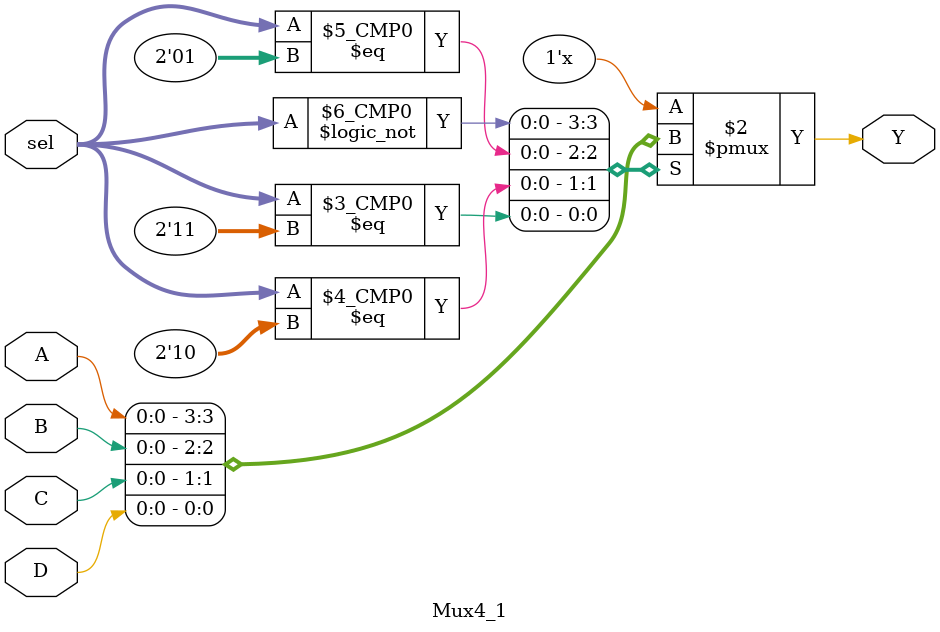
<source format=v>
module Mux2_1(input A, B, sel, output reg Y);
always@(sel)
case(sel)
			1'b0: Y=A;
			1'b1: Y=B;
			default:Y=1'bX;
		endcase 
endmodule
module Mux4_1(input wire A, B, C, D, input [1:0] sel, output reg Y);
always@(sel)
	begin 
		case(sel)
			2'b00: Y=A;
			2'b01: Y=B;
			2'b10: Y=C;
			2'b11: Y=D;
			default:Y=1'bX;
		endcase 
	end
endmodule
</source>
